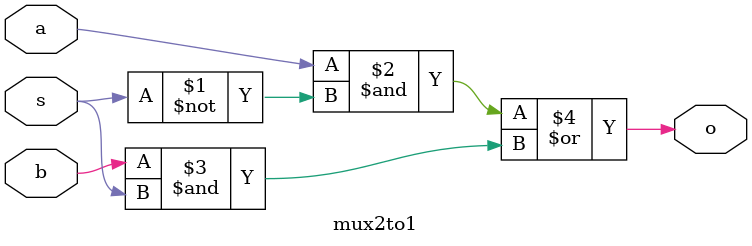
<source format=v>
module lab3part3(SW, KEY, HEX0, HEX1, HEX2, HEX3, HEX4, HEX5, LEDR);
  output [6:0] HEX5;
  output [6:0] HEX4;
  output [6:0] HEX3;
  output [6:0] HEX2;
  output [6:0] HEX1;
  output [6:0] HEX0;
  output reg [7:0] LEDR;
  input [7:0] SW;
  input [2:0] KEY;
  wire [7:0] x;
	fulladder fa(x, SW);
	integer my_int;
	always @(*)
	begin
		case(KEY[2:0])
			3'b000: LEDR[7:0] = x;
			3'b001: LEDR[7:0] = {SW[7:4] + SW[3:0], 4'b000};
			3'b010: LEDR[7:0] =  {SW[7:4] ^ SW[3:0] , SW[7:4] | SW[3:0]};
			3'b011:  
			  begin
					my_int = SW[7:4]|SW[3:0];
					begin
						if (my_int > 0)
							LEDR[7:0] = 8'b00000001;
					end
			  end
			3'b100:
			  begin
					my_int = SW[7:4]&SW[3:0];
					begin
						if (my_int == 511)
							LEDR[7:0] = 8'b00000001;
					end
			  end
		  3'b101: LEDR[7:0] = {SW[7:4], SW[3:0]};	
			default: LEDR[7:0] = 8'b0000000;
		endcase
	end
	// set HEX1 and HEX3 to 0
 assign HEX1 = 0;
 assign HEX3 = 0;
 
	// set HEX0 to B in hex
	display_hex d2(HEX0[6:0], SW[3:0]);
	
	
  //	 set HEX2 to A in hex
	display_hex d3(HEX2[6:0], SW[7:4]);
	
	
//	 set HEX4 to LEDR[3:0] in hex
	display_hex d4(HEX4[6:0], LEDR[3:0]);
	
	
//	 set HEX5 to LEDR[7:4] in hex
	display_hex d5(HEX5[6:0], LEDR[7:4]);
endmodule


// 4-bits converted to the 7-segment display
module display_hex(HEX, SW);
    input [3:0] SW;
    output [6:0] HEX;

	 assign HEX[0] = ~SW[0] & ~SW[1] & ~SW[2] & SW[3] | ~SW[0] & SW[1] & ~SW[2] & ~SW[3] | SW[0] & SW[1] & ~SW[2] & SW[3] | SW[0] & ~SW[1] & SW[2] & SW[3];
	 assign HEX[1] = SW[1] & SW[2] & ~SW[3] | SW[0] & SW[1] & ~SW[3] | SW[0] & SW[2] & SW[3] | ~SW[0] & SW[1] & ~SW[2] & SW[3];
	 assign HEX[2] = ~SW[0] & ~SW[1] & SW[2] & ~SW[3] | SW[0] & SW[1] & SW[2] | SW[0] & SW[1] & ~SW[3];
	 assign HEX[3] = ~SW[0] & ~SW[1] & ~SW[2] & SW[3] | ~SW[0] & SW[1] & ~SW[2] & ~SW[3] | SW[1] & SW[2] & SW[3] | SW[0] & ~SW[1] & SW[2] & ~SW[3];
	 assign HEX[4] = ~SW[0] & SW[3] | ~SW[1] & ~SW[2] & SW[3] | ~SW[0] & SW[1] & ~SW[2];
	 assign HEX[5] = SW[0] & SW[1] & ~SW[2] & SW[3] | ~SW[0] & ~SW[1] & SW[3] | ~SW[0] & ~SW[1] & SW[2] | ~SW[0] & SW[2] & SW[3];
	 assign HEX[6] = ~SW[0] & ~SW[1] & ~SW[2] | ~SW[0] & SW[1] & SW[2] & SW[3] | SW[0] & SW[1] & ~SW[2] & ~SW[3];

endmodule

 //Case 0: Adder from Part 2
//module regularAdditoin(i,o);
//  input [7:0] i;
 // output [9:0] o;
	//assign o = i[3:0] + i[7:4];
//endmodule

// returns 8'b00000001 if not 8'h00
module check_zero();
	
endmodule
	
 //Case 4
module check_max();
	
endmodule

 //Case 5: Concatenate A and B together

// ==============================
// PART 2 STUFF
// ==============================
module fulladder(LEDR, SW);
	input [9:0] SW;
	output [9:0] LEDR;

	wire w1,w2,w3;
	adder a1(
		.c_in(SW[8]),
    .a(SW[4]),
	  .b(SW[0]),
	  .s(LEDR[0]),
	  .c_out(w1)	
	);;
	adder a2(
		.c_in(w1),
    .a(SW[5]),
	  .b(SW[1]),
	  .s(LEDR[1]),
	  .c_out(w2)	
	);
	adder a3(
		.c_in(w2),
    .a(SW[6]),
	  .b(SW[2]),
	  .s(LEDR[2]),
	  .c_out(w3)	
	);
	adder a4(
		.c_in(w3),
    .a(SW[7]),
	  .b(SW[3]),
	  .s(LEDR[3]),
	  .c_out(LEDR[9])	// changed this from LEDR[3] to LEDR[9]
	);

endmodule

module adder(c_in, a, b, s, c_out);
  input c_in,a,b;
	output s,c_out;
	wire w1;

  mux2to1 m1(
		.a(c_1),
		.b(b),
		.s(a^b),
		.o(c_out)
	); 
	assign s = (a^b)^c_in;

endmodule

module mux2to1(a,b,s,o);
  input a,b,s;
	output o;

	assign o = a & ~s | b & s;
endmodule
</source>
